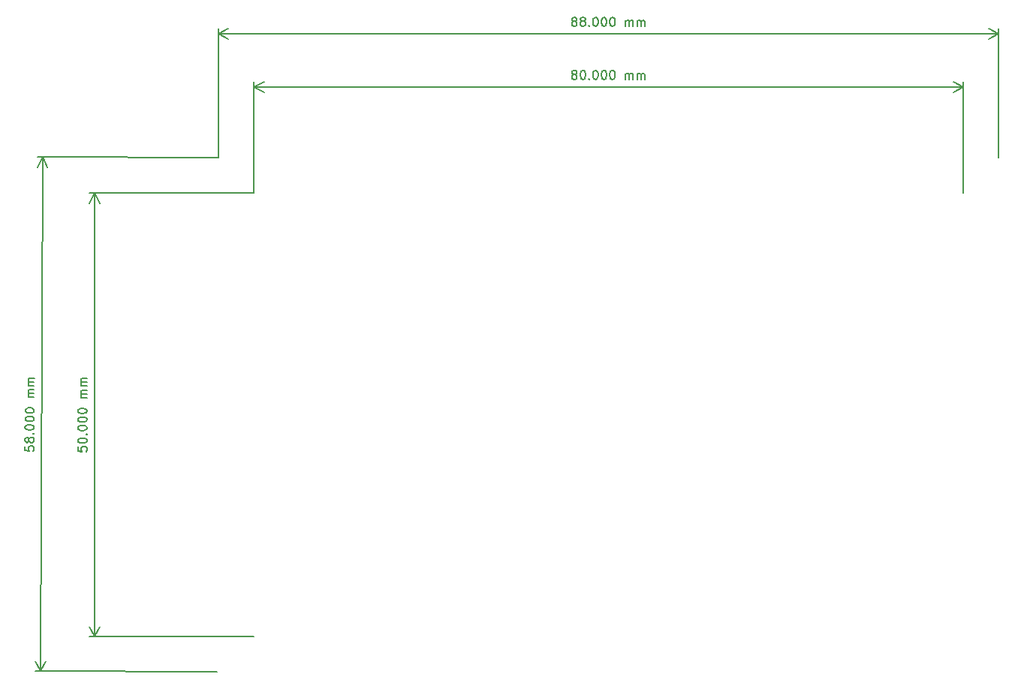
<source format=gbr>
G04 #@! TF.GenerationSoftware,KiCad,Pcbnew,(5.1.0-0)*
G04 #@! TF.CreationDate,2019-04-04T11:20:21+10:30*
G04 #@! TF.ProjectId,wide-input-reg,77696465-2d69-46e7-9075-742d7265672e,rev?*
G04 #@! TF.SameCoordinates,Original*
G04 #@! TF.FileFunction,Drawing*
%FSLAX46Y46*%
G04 Gerber Fmt 4.6, Leading zero omitted, Abs format (unit mm)*
G04 Created by KiCad (PCBNEW (5.1.0-0)) date 2019-04-04 11:20:21*
%MOMM*%
%LPD*%
G04 APERTURE LIST*
%ADD10C,0.150000*%
G04 APERTURE END LIST*
D10*
X140047619Y-40580952D02*
X139952380Y-40533333D01*
X139904761Y-40485714D01*
X139857142Y-40390476D01*
X139857142Y-40342857D01*
X139904761Y-40247619D01*
X139952380Y-40200000D01*
X140047619Y-40152380D01*
X140238095Y-40152380D01*
X140333333Y-40200000D01*
X140380952Y-40247619D01*
X140428571Y-40342857D01*
X140428571Y-40390476D01*
X140380952Y-40485714D01*
X140333333Y-40533333D01*
X140238095Y-40580952D01*
X140047619Y-40580952D01*
X139952380Y-40628571D01*
X139904761Y-40676190D01*
X139857142Y-40771428D01*
X139857142Y-40961904D01*
X139904761Y-41057142D01*
X139952380Y-41104761D01*
X140047619Y-41152380D01*
X140238095Y-41152380D01*
X140333333Y-41104761D01*
X140380952Y-41057142D01*
X140428571Y-40961904D01*
X140428571Y-40771428D01*
X140380952Y-40676190D01*
X140333333Y-40628571D01*
X140238095Y-40580952D01*
X141047619Y-40152380D02*
X141142857Y-40152380D01*
X141238095Y-40200000D01*
X141285714Y-40247619D01*
X141333333Y-40342857D01*
X141380952Y-40533333D01*
X141380952Y-40771428D01*
X141333333Y-40961904D01*
X141285714Y-41057142D01*
X141238095Y-41104761D01*
X141142857Y-41152380D01*
X141047619Y-41152380D01*
X140952380Y-41104761D01*
X140904761Y-41057142D01*
X140857142Y-40961904D01*
X140809523Y-40771428D01*
X140809523Y-40533333D01*
X140857142Y-40342857D01*
X140904761Y-40247619D01*
X140952380Y-40200000D01*
X141047619Y-40152380D01*
X141809523Y-41057142D02*
X141857142Y-41104761D01*
X141809523Y-41152380D01*
X141761904Y-41104761D01*
X141809523Y-41057142D01*
X141809523Y-41152380D01*
X142476190Y-40152380D02*
X142571428Y-40152380D01*
X142666666Y-40200000D01*
X142714285Y-40247619D01*
X142761904Y-40342857D01*
X142809523Y-40533333D01*
X142809523Y-40771428D01*
X142761904Y-40961904D01*
X142714285Y-41057142D01*
X142666666Y-41104761D01*
X142571428Y-41152380D01*
X142476190Y-41152380D01*
X142380952Y-41104761D01*
X142333333Y-41057142D01*
X142285714Y-40961904D01*
X142238095Y-40771428D01*
X142238095Y-40533333D01*
X142285714Y-40342857D01*
X142333333Y-40247619D01*
X142380952Y-40200000D01*
X142476190Y-40152380D01*
X143428571Y-40152380D02*
X143523809Y-40152380D01*
X143619047Y-40200000D01*
X143666666Y-40247619D01*
X143714285Y-40342857D01*
X143761904Y-40533333D01*
X143761904Y-40771428D01*
X143714285Y-40961904D01*
X143666666Y-41057142D01*
X143619047Y-41104761D01*
X143523809Y-41152380D01*
X143428571Y-41152380D01*
X143333333Y-41104761D01*
X143285714Y-41057142D01*
X143238095Y-40961904D01*
X143190476Y-40771428D01*
X143190476Y-40533333D01*
X143238095Y-40342857D01*
X143285714Y-40247619D01*
X143333333Y-40200000D01*
X143428571Y-40152380D01*
X144380952Y-40152380D02*
X144476190Y-40152380D01*
X144571428Y-40200000D01*
X144619047Y-40247619D01*
X144666666Y-40342857D01*
X144714285Y-40533333D01*
X144714285Y-40771428D01*
X144666666Y-40961904D01*
X144619047Y-41057142D01*
X144571428Y-41104761D01*
X144476190Y-41152380D01*
X144380952Y-41152380D01*
X144285714Y-41104761D01*
X144238095Y-41057142D01*
X144190476Y-40961904D01*
X144142857Y-40771428D01*
X144142857Y-40533333D01*
X144190476Y-40342857D01*
X144238095Y-40247619D01*
X144285714Y-40200000D01*
X144380952Y-40152380D01*
X145904761Y-41152380D02*
X145904761Y-40485714D01*
X145904761Y-40580952D02*
X145952380Y-40533333D01*
X146047619Y-40485714D01*
X146190476Y-40485714D01*
X146285714Y-40533333D01*
X146333333Y-40628571D01*
X146333333Y-41152380D01*
X146333333Y-40628571D02*
X146380952Y-40533333D01*
X146476190Y-40485714D01*
X146619047Y-40485714D01*
X146714285Y-40533333D01*
X146761904Y-40628571D01*
X146761904Y-41152380D01*
X147238095Y-41152380D02*
X147238095Y-40485714D01*
X147238095Y-40580952D02*
X147285714Y-40533333D01*
X147380952Y-40485714D01*
X147523809Y-40485714D01*
X147619047Y-40533333D01*
X147666666Y-40628571D01*
X147666666Y-41152380D01*
X147666666Y-40628571D02*
X147714285Y-40533333D01*
X147809523Y-40485714D01*
X147952380Y-40485714D01*
X148047619Y-40533333D01*
X148095238Y-40628571D01*
X148095238Y-41152380D01*
X104000000Y-42000000D02*
X184000000Y-42000000D01*
X104000000Y-54000000D02*
X104000000Y-41413579D01*
X184000000Y-54000000D02*
X184000000Y-41413579D01*
X184000000Y-42000000D02*
X182873496Y-42586421D01*
X184000000Y-42000000D02*
X182873496Y-41413579D01*
X104000000Y-42000000D02*
X105126504Y-42586421D01*
X104000000Y-42000000D02*
X105126504Y-41413579D01*
X140047619Y-34580952D02*
X139952380Y-34533333D01*
X139904761Y-34485714D01*
X139857142Y-34390476D01*
X139857142Y-34342857D01*
X139904761Y-34247619D01*
X139952380Y-34200000D01*
X140047619Y-34152380D01*
X140238095Y-34152380D01*
X140333333Y-34200000D01*
X140380952Y-34247619D01*
X140428571Y-34342857D01*
X140428571Y-34390476D01*
X140380952Y-34485714D01*
X140333333Y-34533333D01*
X140238095Y-34580952D01*
X140047619Y-34580952D01*
X139952380Y-34628571D01*
X139904761Y-34676190D01*
X139857142Y-34771428D01*
X139857142Y-34961904D01*
X139904761Y-35057142D01*
X139952380Y-35104761D01*
X140047619Y-35152380D01*
X140238095Y-35152380D01*
X140333333Y-35104761D01*
X140380952Y-35057142D01*
X140428571Y-34961904D01*
X140428571Y-34771428D01*
X140380952Y-34676190D01*
X140333333Y-34628571D01*
X140238095Y-34580952D01*
X141000000Y-34580952D02*
X140904761Y-34533333D01*
X140857142Y-34485714D01*
X140809523Y-34390476D01*
X140809523Y-34342857D01*
X140857142Y-34247619D01*
X140904761Y-34200000D01*
X141000000Y-34152380D01*
X141190476Y-34152380D01*
X141285714Y-34200000D01*
X141333333Y-34247619D01*
X141380952Y-34342857D01*
X141380952Y-34390476D01*
X141333333Y-34485714D01*
X141285714Y-34533333D01*
X141190476Y-34580952D01*
X141000000Y-34580952D01*
X140904761Y-34628571D01*
X140857142Y-34676190D01*
X140809523Y-34771428D01*
X140809523Y-34961904D01*
X140857142Y-35057142D01*
X140904761Y-35104761D01*
X141000000Y-35152380D01*
X141190476Y-35152380D01*
X141285714Y-35104761D01*
X141333333Y-35057142D01*
X141380952Y-34961904D01*
X141380952Y-34771428D01*
X141333333Y-34676190D01*
X141285714Y-34628571D01*
X141190476Y-34580952D01*
X141809523Y-35057142D02*
X141857142Y-35104761D01*
X141809523Y-35152380D01*
X141761904Y-35104761D01*
X141809523Y-35057142D01*
X141809523Y-35152380D01*
X142476190Y-34152380D02*
X142571428Y-34152380D01*
X142666666Y-34200000D01*
X142714285Y-34247619D01*
X142761904Y-34342857D01*
X142809523Y-34533333D01*
X142809523Y-34771428D01*
X142761904Y-34961904D01*
X142714285Y-35057142D01*
X142666666Y-35104761D01*
X142571428Y-35152380D01*
X142476190Y-35152380D01*
X142380952Y-35104761D01*
X142333333Y-35057142D01*
X142285714Y-34961904D01*
X142238095Y-34771428D01*
X142238095Y-34533333D01*
X142285714Y-34342857D01*
X142333333Y-34247619D01*
X142380952Y-34200000D01*
X142476190Y-34152380D01*
X143428571Y-34152380D02*
X143523809Y-34152380D01*
X143619047Y-34200000D01*
X143666666Y-34247619D01*
X143714285Y-34342857D01*
X143761904Y-34533333D01*
X143761904Y-34771428D01*
X143714285Y-34961904D01*
X143666666Y-35057142D01*
X143619047Y-35104761D01*
X143523809Y-35152380D01*
X143428571Y-35152380D01*
X143333333Y-35104761D01*
X143285714Y-35057142D01*
X143238095Y-34961904D01*
X143190476Y-34771428D01*
X143190476Y-34533333D01*
X143238095Y-34342857D01*
X143285714Y-34247619D01*
X143333333Y-34200000D01*
X143428571Y-34152380D01*
X144380952Y-34152380D02*
X144476190Y-34152380D01*
X144571428Y-34200000D01*
X144619047Y-34247619D01*
X144666666Y-34342857D01*
X144714285Y-34533333D01*
X144714285Y-34771428D01*
X144666666Y-34961904D01*
X144619047Y-35057142D01*
X144571428Y-35104761D01*
X144476190Y-35152380D01*
X144380952Y-35152380D01*
X144285714Y-35104761D01*
X144238095Y-35057142D01*
X144190476Y-34961904D01*
X144142857Y-34771428D01*
X144142857Y-34533333D01*
X144190476Y-34342857D01*
X144238095Y-34247619D01*
X144285714Y-34200000D01*
X144380952Y-34152380D01*
X145904761Y-35152380D02*
X145904761Y-34485714D01*
X145904761Y-34580952D02*
X145952380Y-34533333D01*
X146047619Y-34485714D01*
X146190476Y-34485714D01*
X146285714Y-34533333D01*
X146333333Y-34628571D01*
X146333333Y-35152380D01*
X146333333Y-34628571D02*
X146380952Y-34533333D01*
X146476190Y-34485714D01*
X146619047Y-34485714D01*
X146714285Y-34533333D01*
X146761904Y-34628571D01*
X146761904Y-35152380D01*
X147238095Y-35152380D02*
X147238095Y-34485714D01*
X147238095Y-34580952D02*
X147285714Y-34533333D01*
X147380952Y-34485714D01*
X147523809Y-34485714D01*
X147619047Y-34533333D01*
X147666666Y-34628571D01*
X147666666Y-35152380D01*
X147666666Y-34628571D02*
X147714285Y-34533333D01*
X147809523Y-34485714D01*
X147952380Y-34485714D01*
X148047619Y-34533333D01*
X148095238Y-34628571D01*
X148095238Y-35152380D01*
X100000000Y-36000000D02*
X188000000Y-36000000D01*
X100000000Y-50000000D02*
X100000000Y-35413579D01*
X188000000Y-50000000D02*
X188000000Y-35413579D01*
X188000000Y-36000000D02*
X186873496Y-36586421D01*
X188000000Y-36000000D02*
X186873496Y-35413579D01*
X100000000Y-36000000D02*
X101126504Y-36586421D01*
X100000000Y-36000000D02*
X101126504Y-35413579D01*
X84152380Y-82619047D02*
X84152380Y-83095238D01*
X84628571Y-83142857D01*
X84580952Y-83095238D01*
X84533333Y-83000000D01*
X84533333Y-82761904D01*
X84580952Y-82666666D01*
X84628571Y-82619047D01*
X84723809Y-82571428D01*
X84961904Y-82571428D01*
X85057142Y-82619047D01*
X85104761Y-82666666D01*
X85152380Y-82761904D01*
X85152380Y-83000000D01*
X85104761Y-83095238D01*
X85057142Y-83142857D01*
X84152380Y-81952380D02*
X84152380Y-81857142D01*
X84200000Y-81761904D01*
X84247619Y-81714285D01*
X84342857Y-81666666D01*
X84533333Y-81619047D01*
X84771428Y-81619047D01*
X84961904Y-81666666D01*
X85057142Y-81714285D01*
X85104761Y-81761904D01*
X85152380Y-81857142D01*
X85152380Y-81952380D01*
X85104761Y-82047619D01*
X85057142Y-82095238D01*
X84961904Y-82142857D01*
X84771428Y-82190476D01*
X84533333Y-82190476D01*
X84342857Y-82142857D01*
X84247619Y-82095238D01*
X84200000Y-82047619D01*
X84152380Y-81952380D01*
X85057142Y-81190476D02*
X85104761Y-81142857D01*
X85152380Y-81190476D01*
X85104761Y-81238095D01*
X85057142Y-81190476D01*
X85152380Y-81190476D01*
X84152380Y-80523809D02*
X84152380Y-80428571D01*
X84200000Y-80333333D01*
X84247619Y-80285714D01*
X84342857Y-80238095D01*
X84533333Y-80190476D01*
X84771428Y-80190476D01*
X84961904Y-80238095D01*
X85057142Y-80285714D01*
X85104761Y-80333333D01*
X85152380Y-80428571D01*
X85152380Y-80523809D01*
X85104761Y-80619047D01*
X85057142Y-80666666D01*
X84961904Y-80714285D01*
X84771428Y-80761904D01*
X84533333Y-80761904D01*
X84342857Y-80714285D01*
X84247619Y-80666666D01*
X84200000Y-80619047D01*
X84152380Y-80523809D01*
X84152380Y-79571428D02*
X84152380Y-79476190D01*
X84200000Y-79380952D01*
X84247619Y-79333333D01*
X84342857Y-79285714D01*
X84533333Y-79238095D01*
X84771428Y-79238095D01*
X84961904Y-79285714D01*
X85057142Y-79333333D01*
X85104761Y-79380952D01*
X85152380Y-79476190D01*
X85152380Y-79571428D01*
X85104761Y-79666666D01*
X85057142Y-79714285D01*
X84961904Y-79761904D01*
X84771428Y-79809523D01*
X84533333Y-79809523D01*
X84342857Y-79761904D01*
X84247619Y-79714285D01*
X84200000Y-79666666D01*
X84152380Y-79571428D01*
X84152380Y-78619047D02*
X84152380Y-78523809D01*
X84200000Y-78428571D01*
X84247619Y-78380952D01*
X84342857Y-78333333D01*
X84533333Y-78285714D01*
X84771428Y-78285714D01*
X84961904Y-78333333D01*
X85057142Y-78380952D01*
X85104761Y-78428571D01*
X85152380Y-78523809D01*
X85152380Y-78619047D01*
X85104761Y-78714285D01*
X85057142Y-78761904D01*
X84961904Y-78809523D01*
X84771428Y-78857142D01*
X84533333Y-78857142D01*
X84342857Y-78809523D01*
X84247619Y-78761904D01*
X84200000Y-78714285D01*
X84152380Y-78619047D01*
X85152380Y-77095238D02*
X84485714Y-77095238D01*
X84580952Y-77095238D02*
X84533333Y-77047619D01*
X84485714Y-76952380D01*
X84485714Y-76809523D01*
X84533333Y-76714285D01*
X84628571Y-76666666D01*
X85152380Y-76666666D01*
X84628571Y-76666666D02*
X84533333Y-76619047D01*
X84485714Y-76523809D01*
X84485714Y-76380952D01*
X84533333Y-76285714D01*
X84628571Y-76238095D01*
X85152380Y-76238095D01*
X85152380Y-75761904D02*
X84485714Y-75761904D01*
X84580952Y-75761904D02*
X84533333Y-75714285D01*
X84485714Y-75619047D01*
X84485714Y-75476190D01*
X84533333Y-75380952D01*
X84628571Y-75333333D01*
X85152380Y-75333333D01*
X84628571Y-75333333D02*
X84533333Y-75285714D01*
X84485714Y-75190476D01*
X84485714Y-75047619D01*
X84533333Y-74952380D01*
X84628571Y-74904761D01*
X85152380Y-74904761D01*
X86000000Y-104000000D02*
X86000000Y-54000000D01*
X104000000Y-104000000D02*
X85413579Y-104000000D01*
X104000000Y-54000000D02*
X85413579Y-54000000D01*
X86000000Y-54000000D02*
X86586421Y-55126504D01*
X86000000Y-54000000D02*
X85413579Y-55126504D01*
X86000000Y-104000000D02*
X86586421Y-102873496D01*
X86000000Y-104000000D02*
X85413579Y-102873496D01*
X78189114Y-82544203D02*
X78187472Y-83020391D01*
X78663496Y-83069652D01*
X78616041Y-83021869D01*
X78568751Y-82926467D01*
X78569572Y-82688373D01*
X78617519Y-82593300D01*
X78665302Y-82545845D01*
X78760704Y-82498555D01*
X78998798Y-82499376D01*
X79093871Y-82547323D01*
X79141325Y-82595106D01*
X79188616Y-82690508D01*
X79187795Y-82928602D01*
X79139848Y-83023675D01*
X79092065Y-83071130D01*
X78619818Y-81926637D02*
X78571871Y-82021710D01*
X78524088Y-82069165D01*
X78428686Y-82116455D01*
X78381067Y-82116291D01*
X78285994Y-82068344D01*
X78238539Y-82020561D01*
X78191249Y-81925159D01*
X78191906Y-81734684D01*
X78239853Y-81639611D01*
X78287636Y-81592156D01*
X78383038Y-81544866D01*
X78430656Y-81545030D01*
X78525730Y-81592977D01*
X78573184Y-81640760D01*
X78620475Y-81736162D01*
X78619818Y-81926637D01*
X78667108Y-82022039D01*
X78714563Y-82069822D01*
X78809636Y-82117769D01*
X79000111Y-82118426D01*
X79095513Y-82071135D01*
X79143296Y-82023681D01*
X79191243Y-81928608D01*
X79191900Y-81738133D01*
X79144609Y-81642731D01*
X79097155Y-81594948D01*
X79002082Y-81547001D01*
X78811607Y-81546344D01*
X78716205Y-81593634D01*
X78668422Y-81641089D01*
X78620475Y-81736162D01*
X79098797Y-81118760D02*
X79146580Y-81071306D01*
X79194034Y-81119089D01*
X79146251Y-81166543D01*
X79098797Y-81118760D01*
X79194034Y-81119089D01*
X78196339Y-80448978D02*
X78196668Y-80353740D01*
X78244615Y-80258667D01*
X78292398Y-80211212D01*
X78387799Y-80163922D01*
X78578439Y-80116960D01*
X78816533Y-80117781D01*
X79006843Y-80166056D01*
X79101917Y-80214004D01*
X79149371Y-80261787D01*
X79196662Y-80357188D01*
X79196333Y-80452426D01*
X79148386Y-80547499D01*
X79100603Y-80594954D01*
X79005201Y-80642244D01*
X78814562Y-80689206D01*
X78576468Y-80688385D01*
X78386157Y-80640110D01*
X78291084Y-80592162D01*
X78243630Y-80544379D01*
X78196339Y-80448978D01*
X78199623Y-79496602D02*
X78199952Y-79401365D01*
X78247899Y-79306291D01*
X78295682Y-79258837D01*
X78391084Y-79211547D01*
X78581723Y-79164585D01*
X78819817Y-79165406D01*
X79010127Y-79213681D01*
X79105201Y-79261628D01*
X79152655Y-79309411D01*
X79199946Y-79404813D01*
X79199617Y-79500051D01*
X79151670Y-79595124D01*
X79103887Y-79642578D01*
X79008485Y-79689869D01*
X78817846Y-79736831D01*
X78579752Y-79736010D01*
X78389442Y-79687734D01*
X78294368Y-79639787D01*
X78246914Y-79592004D01*
X78199623Y-79496602D01*
X78202907Y-78544227D02*
X78203236Y-78448990D01*
X78251183Y-78353916D01*
X78298966Y-78306462D01*
X78394368Y-78259171D01*
X78585007Y-78212209D01*
X78823101Y-78213030D01*
X79013412Y-78261306D01*
X79108485Y-78309253D01*
X79155939Y-78357036D01*
X79203230Y-78452438D01*
X79202901Y-78547675D01*
X79154954Y-78642749D01*
X79107171Y-78690203D01*
X79011770Y-78737494D01*
X78821130Y-78784456D01*
X78583036Y-78783634D01*
X78392726Y-78735359D01*
X78297652Y-78687412D01*
X78250198Y-78639629D01*
X78202907Y-78544227D01*
X79208156Y-77023875D02*
X78541493Y-77021576D01*
X78636731Y-77021904D02*
X78589276Y-76974121D01*
X78541986Y-76878720D01*
X78542478Y-76735863D01*
X78590426Y-76640790D01*
X78685827Y-76593500D01*
X79209634Y-76595306D01*
X78685827Y-76593500D02*
X78590754Y-76545553D01*
X78543464Y-76450151D01*
X78543956Y-76307295D01*
X78591903Y-76212221D01*
X78687305Y-76164931D01*
X79211112Y-76166737D01*
X79212754Y-75690549D02*
X78546091Y-75688251D01*
X78641328Y-75688579D02*
X78593874Y-75640796D01*
X78546583Y-75545394D01*
X78547076Y-75402538D01*
X78595023Y-75307465D01*
X78690425Y-75260174D01*
X79214231Y-75261981D01*
X78690425Y-75260174D02*
X78595352Y-75212227D01*
X78548061Y-75116825D01*
X78548554Y-74973969D01*
X78596501Y-74878896D01*
X78691903Y-74831605D01*
X79215709Y-74833412D01*
X80149202Y-49931549D02*
X79949202Y-107931549D01*
X100000000Y-50000000D02*
X79562785Y-49929527D01*
X99800000Y-108000000D02*
X79362785Y-107929527D01*
X79949202Y-107931549D02*
X79366669Y-106803030D01*
X79949202Y-107931549D02*
X80539504Y-106807074D01*
X80149202Y-49931549D02*
X79558900Y-51056024D01*
X80149202Y-49931549D02*
X80731735Y-51060068D01*
M02*

</source>
